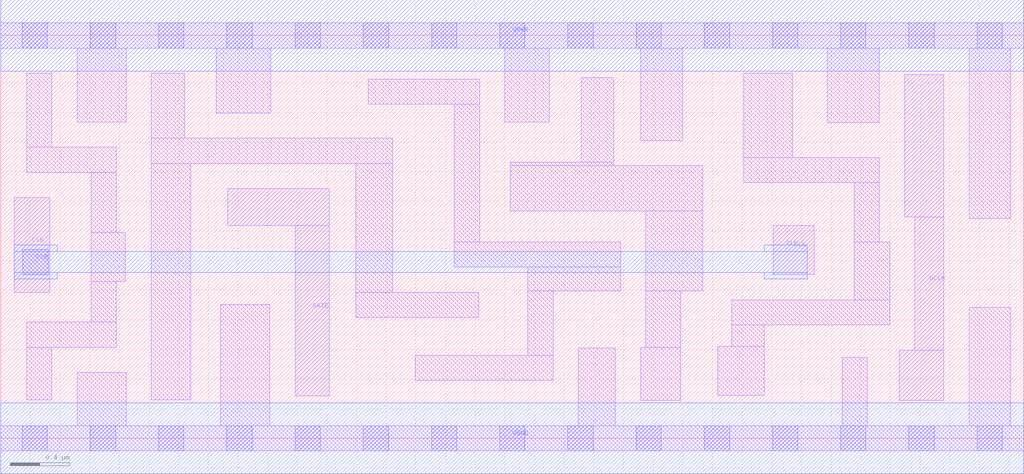
<source format=lef>
# Copyright 2020 The SkyWater PDK Authors
#
# Licensed under the Apache License, Version 2.0 (the "License");
# you may not use this file except in compliance with the License.
# You may obtain a copy of the License at
#
#     https://www.apache.org/licenses/LICENSE-2.0
#
# Unless required by applicable law or agreed to in writing, software
# distributed under the License is distributed on an "AS IS" BASIS,
# WITHOUT WARRANTIES OR CONDITIONS OF ANY KIND, either express or implied.
# See the License for the specific language governing permissions and
# limitations under the License.
#
# SPDX-License-Identifier: Apache-2.0

VERSION 5.7 ;
  NAMESCASESENSITIVE ON ;
  NOWIREEXTENSIONATPIN ON ;
  DIVIDERCHAR "/" ;
  BUSBITCHARS "[]" ;
UNITS
  DATABASE MICRONS 200 ;
END UNITS
MACRO sky130_fd_sc_hd__dlclkp_2
  CLASS CORE ;
  SOURCE USER ;
  FOREIGN sky130_fd_sc_hd__dlclkp_2 ;
  ORIGIN  0.000000  0.000000 ;
  SIZE  6.900000 BY  2.720000 ;
  SYMMETRY X Y R90 ;
  SITE unithd ;
  PIN GATE
    ANTENNAGATEAREA  0.159000 ;
    DIRECTION INPUT ;
    USE SIGNAL ;
    PORT
      LAYER li1 ;
        RECT 1.530000 1.435000 2.215000 1.685000 ;
        RECT 1.985000 0.285000 2.215000 1.435000 ;
    END
  END GATE
  PIN GCLK
    ANTENNADIFFAREA  0.445500 ;
    DIRECTION OUTPUT ;
    USE SIGNAL ;
    PORT
      LAYER li1 ;
        RECT 6.060000 0.255000 6.360000 0.595000 ;
        RECT 6.095000 1.495000 6.360000 2.455000 ;
        RECT 6.165000 0.595000 6.360000 1.495000 ;
    END
  END GCLK
  PIN CLK
    ANTENNAGATEAREA  0.318000 ;
    DIRECTION INPUT ;
    USE CLOCK ;
    PORT
      LAYER li1 ;
        RECT 0.090000 0.985000 0.330000 1.625000 ;
      LAYER mcon ;
        RECT 0.150000 1.105000 0.320000 1.275000 ;
    END
    PORT
      LAYER li1 ;
        RECT 5.210000 1.105000 5.485000 1.435000 ;
    END
    PORT
      LAYER met1 ;
        RECT 0.090000 1.075000 0.380000 1.120000 ;
        RECT 0.090000 1.120000 5.440000 1.260000 ;
        RECT 0.090000 1.260000 0.380000 1.305000 ;
        RECT 5.150000 1.075000 5.440000 1.120000 ;
        RECT 5.150000 1.260000 5.440000 1.305000 ;
    END
  END CLK
  PIN VGND
    DIRECTION INOUT ;
    SHAPE ABUTMENT ;
    USE GROUND ;
    PORT
      LAYER met1 ;
        RECT 0.000000 -0.240000 6.900000 0.240000 ;
    END
  END VGND
  PIN VPWR
    DIRECTION INOUT ;
    SHAPE ABUTMENT ;
    USE POWER ;
    PORT
      LAYER met1 ;
        RECT 0.000000 2.480000 6.900000 2.960000 ;
    END
  END VPWR
  OBS
    LAYER li1 ;
      RECT 0.000000 -0.085000 6.900000 0.085000 ;
      RECT 0.000000  2.635000 6.900000 2.805000 ;
      RECT 0.175000  0.260000 0.345000 0.615000 ;
      RECT 0.175000  0.615000 0.780000 0.785000 ;
      RECT 0.175000  1.795000 0.780000 1.965000 ;
      RECT 0.175000  1.965000 0.345000 2.465000 ;
      RECT 0.515000  0.085000 0.845000 0.445000 ;
      RECT 0.515000  2.135000 0.845000 2.635000 ;
      RECT 0.610000  0.785000 0.780000 1.060000 ;
      RECT 0.610000  1.060000 0.840000 1.390000 ;
      RECT 0.610000  1.390000 0.780000 1.795000 ;
      RECT 1.015000  0.260000 1.280000 1.855000 ;
      RECT 1.015000  1.855000 2.645000 2.025000 ;
      RECT 1.015000  2.025000 1.240000 2.465000 ;
      RECT 1.455000  2.195000 1.820000 2.635000 ;
      RECT 1.485000  0.085000 1.815000 0.905000 ;
      RECT 2.395000  0.815000 3.225000 0.985000 ;
      RECT 2.395000  0.985000 2.645000 1.855000 ;
      RECT 2.480000  2.255000 3.230000 2.425000 ;
      RECT 2.795000  0.390000 3.725000 0.560000 ;
      RECT 3.060000  1.155000 4.180000 1.325000 ;
      RECT 3.060000  1.325000 3.230000 2.255000 ;
      RECT 3.400000  2.135000 3.700000 2.635000 ;
      RECT 3.435000  1.535000 4.735000 1.840000 ;
      RECT 3.435000  1.840000 4.135000 1.865000 ;
      RECT 3.555000  0.560000 3.725000 0.995000 ;
      RECT 3.555000  0.995000 4.180000 1.155000 ;
      RECT 3.895000  0.085000 4.145000 0.610000 ;
      RECT 3.915000  1.865000 4.135000 2.435000 ;
      RECT 4.315000  0.255000 4.585000 0.615000 ;
      RECT 4.315000  2.010000 4.600000 2.635000 ;
      RECT 4.350000  0.615000 4.585000 0.995000 ;
      RECT 4.350000  0.995000 4.735000 1.535000 ;
      RECT 4.835000  0.290000 5.150000 0.620000 ;
      RECT 4.930000  0.620000 5.150000 0.765000 ;
      RECT 4.930000  0.765000 5.995000 0.935000 ;
      RECT 5.010000  1.725000 5.925000 1.895000 ;
      RECT 5.010000  1.895000 5.340000 2.465000 ;
      RECT 5.575000  2.130000 5.925000 2.635000 ;
      RECT 5.675000  0.085000 5.845000 0.545000 ;
      RECT 5.755000  0.935000 5.995000 1.325000 ;
      RECT 5.755000  1.325000 5.925000 1.725000 ;
      RECT 6.530000  0.085000 6.810000 0.885000 ;
      RECT 6.530000  1.485000 6.810000 2.635000 ;
    LAYER mcon ;
      RECT 0.145000 -0.085000 0.315000 0.085000 ;
      RECT 0.145000  2.635000 0.315000 2.805000 ;
      RECT 0.605000 -0.085000 0.775000 0.085000 ;
      RECT 0.605000  2.635000 0.775000 2.805000 ;
      RECT 1.065000 -0.085000 1.235000 0.085000 ;
      RECT 1.065000  2.635000 1.235000 2.805000 ;
      RECT 1.525000 -0.085000 1.695000 0.085000 ;
      RECT 1.525000  2.635000 1.695000 2.805000 ;
      RECT 1.985000 -0.085000 2.155000 0.085000 ;
      RECT 1.985000  2.635000 2.155000 2.805000 ;
      RECT 2.445000 -0.085000 2.615000 0.085000 ;
      RECT 2.445000  2.635000 2.615000 2.805000 ;
      RECT 2.905000 -0.085000 3.075000 0.085000 ;
      RECT 2.905000  2.635000 3.075000 2.805000 ;
      RECT 3.365000 -0.085000 3.535000 0.085000 ;
      RECT 3.365000  2.635000 3.535000 2.805000 ;
      RECT 3.825000 -0.085000 3.995000 0.085000 ;
      RECT 3.825000  2.635000 3.995000 2.805000 ;
      RECT 4.285000 -0.085000 4.455000 0.085000 ;
      RECT 4.285000  2.635000 4.455000 2.805000 ;
      RECT 4.745000 -0.085000 4.915000 0.085000 ;
      RECT 4.745000  2.635000 4.915000 2.805000 ;
      RECT 5.205000 -0.085000 5.375000 0.085000 ;
      RECT 5.205000  2.635000 5.375000 2.805000 ;
      RECT 5.665000 -0.085000 5.835000 0.085000 ;
      RECT 5.665000  2.635000 5.835000 2.805000 ;
      RECT 6.125000 -0.085000 6.295000 0.085000 ;
      RECT 6.125000  2.635000 6.295000 2.805000 ;
      RECT 6.585000 -0.085000 6.755000 0.085000 ;
      RECT 6.585000  2.635000 6.755000 2.805000 ;
  END
END sky130_fd_sc_hd__dlclkp_2
END LIBRARY

</source>
